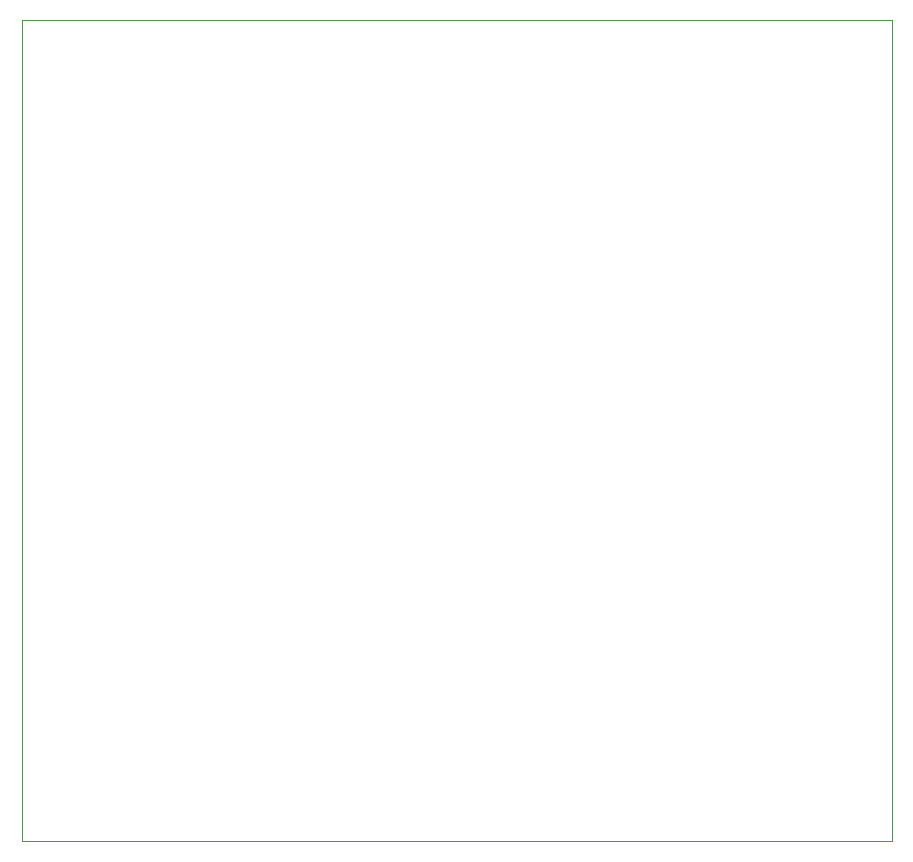
<source format=gko>
G75*
%MOIN*%
%OFA0B0*%
%FSLAX25Y25*%
%IPPOS*%
%LPD*%
%AMOC8*
5,1,8,0,0,1.08239X$1,22.5*
%
%ADD10C,0.00000*%
D10*
X0004167Y0007379D02*
X0004167Y0281080D01*
X0294088Y0281080D01*
X0294088Y0007379D01*
X0004167Y0007379D01*
M02*

</source>
